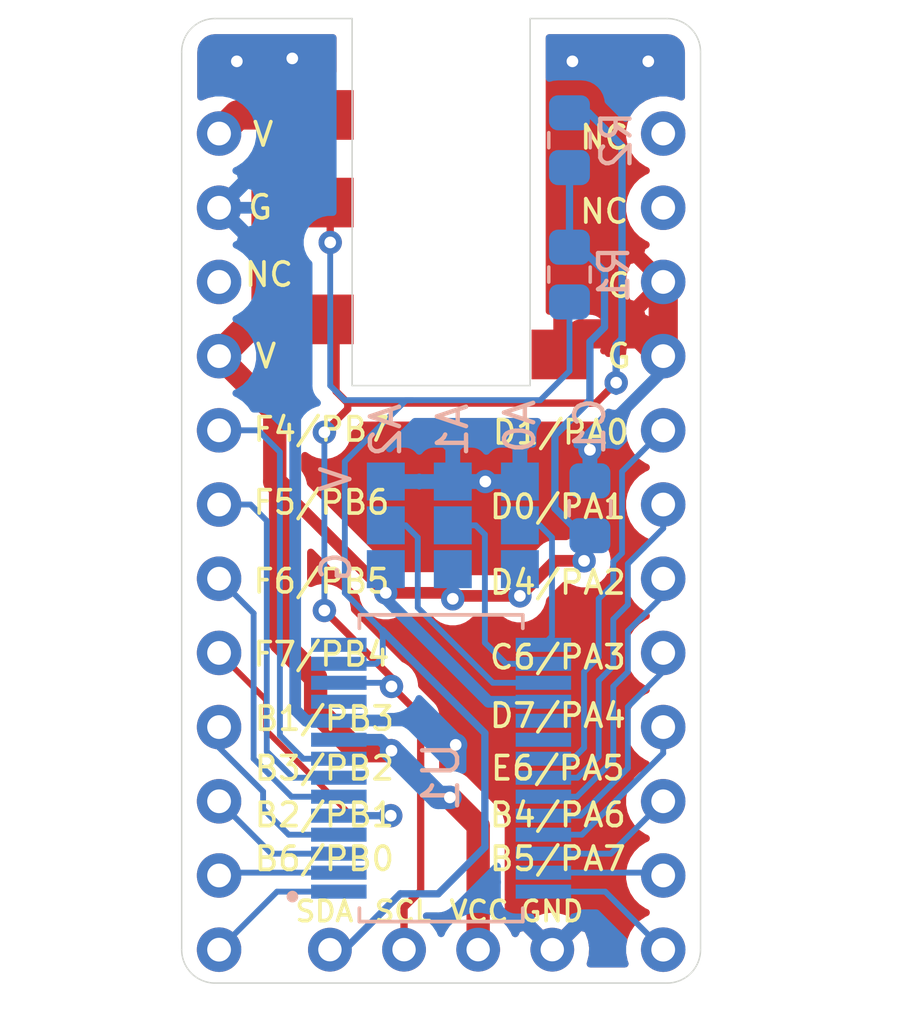
<source format=kicad_pcb>
(kicad_pcb (version 20171130) (host pcbnew "(5.1.6)-1")

  (general
    (thickness 1.6)
    (drawings 21)
    (tracks 232)
    (zones 0)
    (modules 10)
    (nets 24)
  )

  (page A4)
  (layers
    (0 F.Cu signal)
    (31 B.Cu signal)
    (32 B.Adhes user)
    (33 F.Adhes user)
    (34 B.Paste user)
    (35 F.Paste user)
    (36 B.SilkS user)
    (37 F.SilkS user)
    (38 B.Mask user)
    (39 F.Mask user)
    (40 Dwgs.User user)
    (41 Cmts.User user)
    (42 Eco1.User user)
    (43 Eco2.User user)
    (44 Edge.Cuts user)
    (45 Margin user)
    (46 B.CrtYd user)
    (47 F.CrtYd user)
    (48 B.Fab user)
    (49 F.Fab user)
  )

  (setup
    (last_trace_width 0.2)
    (trace_clearance 0.2)
    (zone_clearance 0.508)
    (zone_45_only no)
    (trace_min 0.2)
    (via_size 0.8)
    (via_drill 0.4)
    (via_min_size 0.4)
    (via_min_drill 0.3)
    (uvia_size 0.3)
    (uvia_drill 0.1)
    (uvias_allowed no)
    (uvia_min_size 0.2)
    (uvia_min_drill 0.1)
    (edge_width 0.05)
    (segment_width 0.2)
    (pcb_text_width 0.3)
    (pcb_text_size 1.5 1.5)
    (mod_edge_width 0.12)
    (mod_text_size 1 1)
    (mod_text_width 0.15)
    (pad_size 2 1.7)
    (pad_drill 0)
    (pad_to_mask_clearance 0.05)
    (aux_axis_origin 0 0)
    (visible_elements 7FFFFFFF)
    (pcbplotparams
      (layerselection 0x010fc_ffffffff)
      (usegerberextensions false)
      (usegerberattributes true)
      (usegerberadvancedattributes true)
      (creategerberjobfile true)
      (excludeedgelayer true)
      (linewidth 0.150000)
      (plotframeref false)
      (viasonmask false)
      (mode 1)
      (useauxorigin false)
      (hpglpennumber 1)
      (hpglpenspeed 20)
      (hpglpendiameter 15.000000)
      (psnegative false)
      (psa4output false)
      (plotreference true)
      (plotvalue true)
      (plotinvisibletext false)
      (padsonsilk false)
      (subtractmaskfromsilk false)
      (outputformat 1)
      (mirror false)
      (drillshape 0)
      (scaleselection 1)
      (outputdirectory "expanda_micro9/"))
  )

  (net 0 "")
  (net 1 VCC)
  (net 2 GND)
  (net 3 KEY1)
  (net 4 KEY2)
  (net 5 KEY3)
  (net 6 KEY4)
  (net 7 KEY5)
  (net 8 KEY6)
  (net 9 SDA)
  (net 10 SCL)
  (net 11 A0)
  (net 12 A1)
  (net 13 A2)
  (net 14 KEY16)
  (net 15 KEY15)
  (net 16 KEY14)
  (net 17 KEY13)
  (net 18 KEY12)
  (net 19 KEY11)
  (net 20 KEY10)
  (net 21 KEY9)
  (net 22 KEY8)
  (net 23 KEY7)

  (net_class Default "これはデフォルトのネット クラスです。"
    (clearance 0.2)
    (trace_width 0.2)
    (via_dia 0.8)
    (via_drill 0.4)
    (uvia_dia 0.3)
    (uvia_drill 0.1)
    (add_net A0)
    (add_net A1)
    (add_net A2)
    (add_net KEY1)
    (add_net KEY10)
    (add_net KEY11)
    (add_net KEY12)
    (add_net KEY13)
    (add_net KEY14)
    (add_net KEY15)
    (add_net KEY16)
    (add_net KEY2)
    (add_net KEY3)
    (add_net KEY4)
    (add_net KEY5)
    (add_net KEY6)
    (add_net KEY7)
    (add_net KEY8)
    (add_net KEY9)
    (add_net SCL)
    (add_net SDA)
  )

  (net_class PW ""
    (clearance 0.2)
    (trace_width 0.4)
    (via_dia 0.8)
    (via_drill 0.4)
    (uvia_dia 0.3)
    (uvia_drill 0.1)
    (add_net GND)
    (add_net VCC)
  )

  (module Connector_PinHeader_2.54mm:PinHeader_1x04_P2.54mm_Vertical (layer F.Cu) (tedit 628D50A5) (tstamp 628D5087)
    (at 190.5 108.712)
    (descr "Through hole straight pin header, 1x04, 2.54mm pitch, single row")
    (tags "Through hole pin header THT 1x04 2.54mm single row")
    (fp_text reference REF** (at -0.1 1.6) (layer F.SilkS) hide
      (effects (font (size 1 1) (thickness 0.15)))
    )
    (fp_text value PinHeader_1x04_P2.54mm_Vertical (at 0 1.7) (layer F.Fab)
      (effects (font (size 1 1) (thickness 0.15)))
    )
    (pad 4 thru_hole circle (at 3.81 0) (size 1.5 1.5) (drill 0.8) (layers *.Cu *.Mask)
      (net 2 GND))
    (pad 3 thru_hole circle (at 1.27 0) (size 1.5 1.5) (drill 0.8) (layers *.Cu *.Mask)
      (net 1 VCC))
    (pad 2 thru_hole circle (at -1.27 0) (size 1.5 1.5) (drill 0.8) (layers *.Cu *.Mask)
      (net 10 SCL))
    (pad 1 thru_hole circle (at -3.81 0) (size 1.5 1.5) (drill 0.8) (layers *.Cu *.Mask)
      (net 9 SDA))
  )

  (module Connector_PinHeader_2.54mm:PinHeader_1x04_P2.54mm_Vertical (layer B.Cu) (tedit 626852DE) (tstamp 626031CF)
    (at 193.2 95.685)
    (descr "Through hole straight pin header, 1x04, 2.54mm pitch, single row")
    (tags "Through hole pin header THT 1x04 2.54mm single row")
    (fp_text reference REF** (at 0 2.33 180) (layer B.SilkS) hide
      (effects (font (size 1 1) (thickness 0.15)) (justify mirror))
    )
    (fp_text value PinHeader_1x04_P2.54mm_Vertical (at 0 -9.95 180) (layer B.Fab)
      (effects (font (size 1 1) (thickness 0.15)) (justify mirror))
    )
    (pad 1 smd rect (at 0 0) (size 1.3 1.3) (layers B.Cu B.Paste B.Mask)
      (net 1 VCC))
    (pad 2 smd rect (at 0 -1.5) (size 1.3 1.3) (layers B.Cu B.Paste B.Mask)
      (net 11 A0))
    (pad 3 smd rect (at 0 -3) (size 1.3 1.3) (layers B.Cu B.Paste B.Mask)
      (net 2 GND))
  )

  (module aaaa:R_0805_2012Metric1.2 (layer B.Cu) (tedit 62673F7D) (tstamp 62673F87)
    (at 195.6 93.6 90)
    (descr "Resistor SMD 0805 (2012 Metric), square (rectangular) end terminal, IPC_7351 nominal, (Body size source: https://docs.google.com/spreadsheets/d/1BsfQQcO9C6DZCsRaXUlFlo91Tg2WpOkGARC1WS5S8t0/edit?usp=sharing), generated with kicad-footprint-generator")
    (tags resistor)
    (attr smd)
    (fp_text reference C1 (at 2.8 0 270) (layer B.SilkS)
      (effects (font (size 1 1) (thickness 0.15)) (justify mirror))
    )
    (fp_text value 1kΩ (at 0 -1.65 270) (layer B.Fab)
      (effects (font (size 1 1) (thickness 0.15)) (justify mirror))
    )
    (fp_line (start 1.68 -0.95) (end -1.68 -0.95) (layer B.CrtYd) (width 0.05))
    (fp_line (start 1.68 0.95) (end 1.68 -0.95) (layer B.CrtYd) (width 0.05))
    (fp_line (start -1.68 0.95) (end 1.68 0.95) (layer B.CrtYd) (width 0.05))
    (fp_line (start -1.68 -0.95) (end -1.68 0.95) (layer B.CrtYd) (width 0.05))
    (fp_line (start -0.258578 -0.71) (end 0.258578 -0.71) (layer B.SilkS) (width 0.12))
    (fp_line (start -0.258578 0.71) (end 0.258578 0.71) (layer B.SilkS) (width 0.12))
    (fp_line (start 1 -0.6) (end -1 -0.6) (layer B.Fab) (width 0.1))
    (fp_line (start 1 0.6) (end 1 -0.6) (layer B.Fab) (width 0.1))
    (fp_line (start -1 0.6) (end 1 0.6) (layer B.Fab) (width 0.1))
    (fp_line (start -1 -0.6) (end -1 0.6) (layer B.Fab) (width 0.1))
    (fp_text user %R (at 0 0 270) (layer B.Fab)
      (effects (font (size 0.5 0.5) (thickness 0.08)) (justify mirror))
    )
    (pad 2 smd roundrect (at 0.9375 0 90) (size 1.2 1.4) (layers B.Cu B.Paste B.Mask) (roundrect_rratio 0.25)
      (net 2 GND))
    (pad 1 smd roundrect (at -0.9375 0 90) (size 1.2 1.4) (layers B.Cu B.Paste B.Mask) (roundrect_rratio 0.25)
      (net 1 VCC))
    (model ${KISYS3DMOD}/Capacitor_SMD.3dshapes/C_0805_2012Metric.step
      (at (xyz 0 0 0))
      (scale (xyz 1 1 1))
      (rotate (xyz 0 0 0))
    )
  )

  (module kbd:MJ-4PP-9_1side (layer F.Cu) (tedit 628EF600) (tstamp 625F573F)
    (at 190.5 76.835)
    (path /5DCE0828)
    (fp_text reference J1 (at -0.85 4.95) (layer F.Fab)
      (effects (font (size 1 1) (thickness 0.15)))
    )
    (fp_text value MJ-4PP-9 (at 0 14) (layer F.Fab) hide
      (effects (font (size 1 1) (thickness 0.15)))
    )
    (fp_text user TRRS (at 0 14.7) (layer F.SilkS) hide
      (effects (font (size 1 1) (thickness 0.15)))
    )
    (pad B smd rect (at -4 3.3) (size 2 1.7) (layers F.Cu F.Paste F.Mask)
      (net 1 VCC))
    (pad C smd rect (at -4 6.3) (size 2 1.7) (layers F.Cu F.Paste F.Mask)
      (net 9 SDA))
    (pad D smd rect (at -4 10.3) (size 2 1.7) (layers F.Cu F.Paste F.Mask)
      (net 10 SCL))
    (pad A smd rect (at 4.1 11.5) (size 2 1.7) (layers F.Cu F.Paste F.Mask)
      (net 2 GND))
    (model "C:/Program Files/KiCad/share/kicad/modules/SMKJP.3dshapes/PJ_320A.step"
      (at (xyz 0 0 0))
      (scale (xyz 1 1 1))
      (rotate (xyz -180 0 90))
    )
  )

  (module aaaa:R_0805_2012Metric1.2 (layer B.Cu) (tedit 62685624) (tstamp 6264B594)
    (at 194.9 85.6 270)
    (descr "Resistor SMD 0805 (2012 Metric), square (rectangular) end terminal, IPC_7351 nominal, (Body size source: https://docs.google.com/spreadsheets/d/1BsfQQcO9C6DZCsRaXUlFlo91Tg2WpOkGARC1WS5S8t0/edit?usp=sharing), generated with kicad-footprint-generator")
    (tags resistor)
    (attr smd)
    (fp_text reference R1 (at 0 -1.524 270) (layer B.SilkS)
      (effects (font (size 1 1) (thickness 0.15)) (justify mirror))
    )
    (fp_text value 1kΩ (at 0 -1.65 270) (layer B.Fab)
      (effects (font (size 1 1) (thickness 0.15)) (justify mirror))
    )
    (fp_line (start -1 -0.6) (end -1 0.6) (layer B.Fab) (width 0.1))
    (fp_line (start -1 0.6) (end 1 0.6) (layer B.Fab) (width 0.1))
    (fp_line (start 1 0.6) (end 1 -0.6) (layer B.Fab) (width 0.1))
    (fp_line (start 1 -0.6) (end -1 -0.6) (layer B.Fab) (width 0.1))
    (fp_line (start -0.258578 0.71) (end 0.258578 0.71) (layer B.SilkS) (width 0.12))
    (fp_line (start -0.258578 -0.71) (end 0.258578 -0.71) (layer B.SilkS) (width 0.12))
    (fp_line (start -1.68 -0.95) (end -1.68 0.95) (layer B.CrtYd) (width 0.05))
    (fp_line (start -1.68 0.95) (end 1.68 0.95) (layer B.CrtYd) (width 0.05))
    (fp_line (start 1.68 0.95) (end 1.68 -0.95) (layer B.CrtYd) (width 0.05))
    (fp_line (start 1.68 -0.95) (end -1.68 -0.95) (layer B.CrtYd) (width 0.05))
    (fp_text user %R (at 0 0 270) (layer B.Fab)
      (effects (font (size 0.5 0.5) (thickness 0.08)) (justify mirror))
    )
    (pad 1 smd roundrect (at -0.9375 0 270) (size 1.2 1.4) (layers B.Cu B.Paste B.Mask) (roundrect_rratio 0.25)
      (net 1 VCC))
    (pad 2 smd roundrect (at 0.9375 0 270) (size 1.2 1.4) (layers B.Cu B.Paste B.Mask) (roundrect_rratio 0.25)
      (net 9 SDA))
    (model ${KISYS3DMOD}/Resistor_SMD.3dshapes/R_0805_2012Metric.wrl
      (at (xyz 0 0 0))
      (scale (xyz 1 1 1))
      (rotate (xyz 0 0 0))
    )
  )

  (module aaaa:R_0805_2012Metric1.2 (layer B.Cu) (tedit 62685617) (tstamp 6264B540)
    (at 194.9 81 90)
    (descr "Resistor SMD 0805 (2012 Metric), square (rectangular) end terminal, IPC_7351 nominal, (Body size source: https://docs.google.com/spreadsheets/d/1BsfQQcO9C6DZCsRaXUlFlo91Tg2WpOkGARC1WS5S8t0/edit?usp=sharing), generated with kicad-footprint-generator")
    (tags resistor)
    (attr smd)
    (fp_text reference R2 (at 0 1.6 270) (layer B.SilkS)
      (effects (font (size 1 1) (thickness 0.15)) (justify mirror))
    )
    (fp_text value 1kΩ (at 0 -1.65 270) (layer B.Fab)
      (effects (font (size 1 1) (thickness 0.15)) (justify mirror))
    )
    (fp_line (start 1.68 -0.95) (end -1.68 -0.95) (layer B.CrtYd) (width 0.05))
    (fp_line (start 1.68 0.95) (end 1.68 -0.95) (layer B.CrtYd) (width 0.05))
    (fp_line (start -1.68 0.95) (end 1.68 0.95) (layer B.CrtYd) (width 0.05))
    (fp_line (start -1.68 -0.95) (end -1.68 0.95) (layer B.CrtYd) (width 0.05))
    (fp_line (start -0.258578 -0.71) (end 0.258578 -0.71) (layer B.SilkS) (width 0.12))
    (fp_line (start -0.258578 0.71) (end 0.258578 0.71) (layer B.SilkS) (width 0.12))
    (fp_line (start 1 -0.6) (end -1 -0.6) (layer B.Fab) (width 0.1))
    (fp_line (start 1 0.6) (end 1 -0.6) (layer B.Fab) (width 0.1))
    (fp_line (start -1 0.6) (end 1 0.6) (layer B.Fab) (width 0.1))
    (fp_line (start -1 -0.6) (end -1 0.6) (layer B.Fab) (width 0.1))
    (fp_text user %R (at 0 0 270) (layer B.Fab)
      (effects (font (size 0.5 0.5) (thickness 0.08)) (justify mirror))
    )
    (pad 2 smd roundrect (at 0.9375 0 90) (size 1.2 1.4) (layers B.Cu B.Paste B.Mask) (roundrect_rratio 0.25)
      (net 10 SCL))
    (pad 1 smd roundrect (at -0.9375 0 90) (size 1.2 1.4) (layers B.Cu B.Paste B.Mask) (roundrect_rratio 0.25)
      (net 1 VCC))
    (model ${KISYS3DMOD}/Resistor_SMD.3dshapes/R_0805_2012Metric.wrl
      (at (xyz 0 0 0))
      (scale (xyz 1 1 1))
      (rotate (xyz 0 0 0))
    )
  )

  (module kbd:ProMicro_v3 (layer F.Cu) (tedit 62604317) (tstamp 62602BA0)
    (at 190.5 95.25)
    (path /5DCA58FD)
    (fp_text reference U1 (at 0 -5 270) (layer F.SilkS) hide
      (effects (font (size 1 1) (thickness 0.15)))
    )
    (fp_text value ProMicro (at -0.1 0.05 90) (layer F.Fab) hide
      (effects (font (size 1 1) (thickness 0.15)))
    )
    (fp_line (start -8.9 14.75) (end -8.9 -18.3) (layer F.Fab) (width 0.15))
    (fp_line (start 8.9 14.75) (end -8.9 14.75) (layer F.Fab) (width 0.15))
    (fp_line (start 8.9 -18.3) (end 8.9 14.75) (layer F.Fab) (width 0.15))
    (fp_line (start -8.9 -18.3) (end -3.75 -18.3) (layer F.Fab) (width 0.15))
    (fp_line (start -3.75 -18.3) (end 3.75 -18.3) (layer F.Fab) (width 0.15))
    (fp_line (start 3.76 -18.3) (end 8.9 -18.3) (layer F.Fab) (width 0.15))
    (fp_text user "Pro Micro" (at -0.6 -16 unlocked) (layer F.SilkS) hide
      (effects (font (size 1 1) (thickness 0.15)))
    )
    (fp_text user V (at -6.1 -14.45 unlocked) (layer F.SilkS)
      (effects (font (size 0.8 0.8) (thickness 0.125)))
    )
    (fp_text user G (at -6.2 -11.95 unlocked) (layer F.SilkS)
      (effects (font (size 0.8 0.8) (thickness 0.125)))
    )
    (fp_text user NC (at -5.9 -9.65 unlocked) (layer F.SilkS)
      (effects (font (size 0.8 0.8) (thickness 0.125)))
    )
    (fp_text user V (at -6 -6.858 unlocked) (layer F.SilkS)
      (effects (font (size 0.8 0.8) (thickness 0.125)))
    )
    (fp_text user F4/PB7 (at -4.1 -4.35 unlocked) (layer F.SilkS)
      (effects (font (size 0.8 0.8) (thickness 0.125)))
    )
    (fp_text user F5/PB6 (at -4.1 -1.85 unlocked) (layer F.SilkS)
      (effects (font (size 0.8 0.8) (thickness 0.125)))
    )
    (fp_text user F6/PB5 (at -4.1 0.85 unlocked) (layer F.SilkS)
      (effects (font (size 0.8 0.8) (thickness 0.125)))
    )
    (fp_text user F7/PB4 (at -4.1 3.35 unlocked) (layer F.SilkS)
      (effects (font (size 0.8 0.8) (thickness 0.125)))
    )
    (fp_text user B1/PB3 (at -4 5.55 unlocked) (layer F.SilkS)
      (effects (font (size 0.8 0.8) (thickness 0.125)))
    )
    (fp_text user B3/PB2 (at -4 7.25 unlocked) (layer F.SilkS)
      (effects (font (size 0.8 0.8) (thickness 0.125)))
    )
    (fp_text user B6/PB0 (at -4 10.35 unlocked) (layer F.SilkS)
      (effects (font (size 0.8 0.8) (thickness 0.125)))
    )
    (fp_text user B2/PB1 (at -4 8.85 unlocked) (layer F.SilkS)
      (effects (font (size 0.8 0.8) (thickness 0.125)))
    )
    (fp_text user E6/PA5 (at 4 7.25 unlocked) (layer F.SilkS)
      (effects (font (size 0.8 0.8) (thickness 0.125)))
    )
    (fp_text user D7/PA4 (at 4 5.45 unlocked) (layer F.SilkS)
      (effects (font (size 0.8 0.8) (thickness 0.125)))
    )
    (fp_text user G (at 6.096 -9.271 unlocked) (layer F.SilkS)
      (effects (font (size 0.8 0.8) (thickness 0.125)))
    )
    (fp_text user G (at 6.096 -6.858 unlocked) (layer F.SilkS)
      (effects (font (size 0.8 0.8) (thickness 0.125)))
    )
    (fp_text user NC (at 5.588 -14.35 unlocked) (layer F.SilkS)
      (effects (font (size 0.8 0.8) (thickness 0.125)))
    )
    (fp_text user D4/PA2 (at 4 0.889 unlocked) (layer F.SilkS)
      (effects (font (size 0.8 0.8) (thickness 0.125)))
    )
    (fp_text user D1/PA0 (at 4.1 -4.25 unlocked) (layer F.SilkS)
      (effects (font (size 0.8 0.8) (thickness 0.125)))
    )
    (fp_text user D0/PA1 (at 4 -1.7 unlocked) (layer F.SilkS)
      (effects (font (size 0.8 0.8) (thickness 0.125)))
    )
    (fp_text user C6/PA3 (at 4 3.45 unlocked) (layer F.SilkS)
      (effects (font (size 0.8 0.8) (thickness 0.125)))
    )
    (fp_text user B5/PA7 (at 4 10.35 unlocked) (layer F.SilkS)
      (effects (font (size 0.8 0.8) (thickness 0.125)))
    )
    (fp_text user NC (at 5.588 -11.811 unlocked) (layer F.SilkS)
      (effects (font (size 0.8 0.8) (thickness 0.125)))
    )
    (fp_text user B4/PA6 (at 4 8.85 unlocked) (layer F.SilkS)
      (effects (font (size 0.8 0.8) (thickness 0.125)))
    )
    (pad 24 thru_hole circle (at -7.6086 -14.478) (size 1.524 1.524) (drill 0.8128) (layers *.Cu *.Mask)
      (net 1 VCC))
    (pad 23 thru_hole circle (at -7.6086 -11.938) (size 1.524 1.524) (drill 0.8128) (layers *.Cu *.Mask)
      (net 2 GND))
    (pad 22 thru_hole circle (at -7.6086 -9.398) (size 1.524 1.524) (drill 0.8128) (layers *.Cu *.Mask))
    (pad 21 thru_hole circle (at -7.6086 -6.858) (size 1.524 1.524) (drill 0.8128) (layers *.Cu *.Mask)
      (net 1 VCC))
    (pad 20 thru_hole circle (at -7.6086 -4.318) (size 1.524 1.524) (drill 0.8128) (layers *.Cu *.Mask)
      (net 14 KEY16))
    (pad 19 thru_hole circle (at -7.6086 -1.778) (size 1.524 1.524) (drill 0.8128) (layers *.Cu *.Mask)
      (net 15 KEY15))
    (pad 18 thru_hole circle (at -7.6086 0.762) (size 1.524 1.524) (drill 0.8128) (layers *.Cu *.Mask)
      (net 16 KEY14))
    (pad 17 thru_hole circle (at -7.6086 3.302) (size 1.524 1.524) (drill 0.8128) (layers *.Cu *.Mask)
      (net 17 KEY13))
    (pad 16 thru_hole circle (at -7.6086 5.842) (size 1.524 1.524) (drill 0.8128) (layers *.Cu *.Mask)
      (net 18 KEY12))
    (pad 15 thru_hole circle (at -7.6086 8.382) (size 1.524 1.524) (drill 0.8128) (layers *.Cu *.Mask)
      (net 19 KEY11))
    (pad 14 thru_hole circle (at -7.6086 10.922) (size 1.524 1.524) (drill 0.8128) (layers *.Cu *.Mask)
      (net 20 KEY10))
    (pad 13 thru_hole circle (at -7.6086 13.462) (size 1.524 1.524) (drill 0.8128) (layers *.Cu *.Mask)
      (net 21 KEY9))
    (pad 12 thru_hole circle (at 7.6114 13.462) (size 1.524 1.524) (drill 0.8128) (layers *.Cu *.Mask)
      (net 22 KEY8))
    (pad 11 thru_hole circle (at 7.6114 10.922) (size 1.524 1.524) (drill 0.8128) (layers *.Cu *.Mask)
      (net 23 KEY7))
    (pad 10 thru_hole circle (at 7.6114 8.382) (size 1.524 1.524) (drill 0.8128) (layers *.Cu *.Mask)
      (net 8 KEY6))
    (pad 9 thru_hole circle (at 7.6114 5.842) (size 1.524 1.524) (drill 0.8128) (layers *.Cu *.Mask)
      (net 7 KEY5))
    (pad 8 thru_hole circle (at 7.6114 3.302) (size 1.524 1.524) (drill 0.8128) (layers *.Cu *.Mask)
      (net 6 KEY4))
    (pad 7 thru_hole circle (at 7.6114 0.762) (size 1.524 1.524) (drill 0.8128) (layers *.Cu *.Mask)
      (net 5 KEY3))
    (pad 6 thru_hole circle (at 7.6114 -1.778) (size 1.524 1.524) (drill 0.8128) (layers *.Cu *.Mask)
      (net 4 KEY2))
    (pad 5 thru_hole circle (at 7.6114 -4.318) (size 1.524 1.524) (drill 0.8128) (layers *.Cu *.Mask)
      (net 3 KEY1))
    (pad 4 thru_hole circle (at 7.6114 -6.858) (size 1.524 1.524) (drill 0.8128) (layers *.Cu *.Mask)
      (net 2 GND))
    (pad 3 thru_hole circle (at 7.6114 -9.398) (size 1.524 1.524) (drill 0.8128) (layers *.Cu *.Mask)
      (net 2 GND))
    (pad 2 thru_hole circle (at 7.6114 -11.938) (size 1.524 1.524) (drill 0.8128) (layers *.Cu *.Mask))
    (pad 1 thru_hole circle (at 7.6114 -14.478) (size 1.524 1.524) (drill 0.8128) (layers *.Cu *.Mask))
    (model ${KISYS3DMOD}/phi-kbd.3dshapes/ProMicro_Reversed.step
      (offset (xyz 0 18.3 0))
      (scale (xyz 1 1 1))
      (rotate (xyz 0 0 90))
    )
  )

  (module Connector_PinHeader_2.54mm:PinHeader_1x04_P2.54mm_Vertical (layer B.Cu) (tedit 626852E8) (tstamp 626031C9)
    (at 190.9 95.685)
    (descr "Through hole straight pin header, 1x04, 2.54mm pitch, single row")
    (tags "Through hole pin header THT 1x04 2.54mm single row")
    (fp_text reference REF** (at 0 2.33 180) (layer B.SilkS) hide
      (effects (font (size 1 1) (thickness 0.15)) (justify mirror))
    )
    (fp_text value PinHeader_1x04_P2.54mm_Vertical (at 0 -9.95 180) (layer B.Fab)
      (effects (font (size 1 1) (thickness 0.15)) (justify mirror))
    )
    (pad 3 smd rect (at 0 -3) (size 1.3 1.3) (layers B.Cu B.Paste B.Mask)
      (net 2 GND))
    (pad 2 smd rect (at 0 -1.5) (size 1.3 1.3) (layers B.Cu B.Paste B.Mask)
      (net 12 A1))
    (pad 1 smd rect (at 0 0) (size 1.3 1.3) (layers B.Cu B.Paste B.Mask)
      (net 1 VCC))
  )

  (module Connector_PinHeader_2.54mm:PinHeader_1x04_P2.54mm_Vertical (layer B.Cu) (tedit 626852F1) (tstamp 626031C3)
    (at 188.604 95.685)
    (descr "Through hole straight pin header, 1x04, 2.54mm pitch, single row")
    (tags "Through hole pin header THT 1x04 2.54mm single row")
    (fp_text reference REF** (at 0 2.33 180) (layer B.SilkS) hide
      (effects (font (size 1 1) (thickness 0.15)) (justify mirror))
    )
    (fp_text value PinHeader_1x04_P2.54mm_Vertical (at 0 -9.95 180) (layer B.Fab)
      (effects (font (size 1 1) (thickness 0.15)) (justify mirror))
    )
    (pad 1 smd rect (at 0 0) (size 1.3 1.3) (layers B.Cu B.Paste B.Mask)
      (net 1 VCC))
    (pad 2 smd rect (at 0 -1.5) (size 1.3 1.3) (layers B.Cu B.Paste B.Mask)
      (net 13 A2))
    (pad 3 smd rect (at 0 -3) (size 1.3 1.3) (layers B.Cu B.Paste B.Mask)
      (net 2 GND))
  )

  (module aaaa:SOP65P780X200-28N (layer B.Cu) (tedit 62602FE4) (tstamp 62602E8C)
    (at 190.5 102.5)
    (fp_text reference U1 (at 0 0.3 90) (layer B.SilkS)
      (effects (font (size 1.2 1.2) (thickness 0.15)) (justify mirror))
    )
    (fp_text value SOP65P780X200-28N (at 6.095 -6.217) (layer B.Fab)
      (effects (font (size 1 1) (thickness 0.015)) (justify mirror))
    )
    (fp_line (start 2.8 -5.25) (end 2.8 -4.79) (layer B.SilkS) (width 0.127))
    (fp_line (start -2.8 -5.25) (end -2.8 -4.79) (layer B.SilkS) (width 0.127))
    (fp_line (start 2.8 5.25) (end 2.8 4.79) (layer B.SilkS) (width 0.127))
    (fp_line (start -2.8 5.25) (end -2.8 4.79) (layer B.SilkS) (width 0.127))
    (fp_line (start 4.705 5.5) (end 4.705 -5.5) (layer B.CrtYd) (width 0.05))
    (fp_line (start -4.705 5.5) (end -4.705 -5.5) (layer B.CrtYd) (width 0.05))
    (fp_line (start -4.705 -5.5) (end 4.705 -5.5) (layer B.CrtYd) (width 0.05))
    (fp_line (start -4.705 5.5) (end 4.705 5.5) (layer B.CrtYd) (width 0.05))
    (fp_line (start 2.8 5.25) (end 2.8 -5.25) (layer B.Fab) (width 0.127))
    (fp_line (start -2.8 5.25) (end -2.8 -5.25) (layer B.Fab) (width 0.127))
    (fp_line (start -2.8 -5.25) (end 2.8 -5.25) (layer B.SilkS) (width 0.127))
    (fp_line (start -2.8 5.25) (end 2.8 5.25) (layer B.SilkS) (width 0.127))
    (fp_line (start -2.8 -5.25) (end 2.8 -5.25) (layer B.Fab) (width 0.127))
    (fp_line (start -2.8 5.25) (end 2.8 5.25) (layer B.Fab) (width 0.127))
    (fp_circle (center -5.095 4.395) (end -4.995 4.395) (layer B.Fab) (width 0.2))
    (fp_circle (center -5.095 4.395) (end -4.995 4.395) (layer B.SilkS) (width 0.2))
    (pad 1 smd rect (at -3.505 4.225) (size 1.9 0.48) (layers B.Cu B.Paste B.Mask)
      (net 21 KEY9))
    (pad 2 smd rect (at -3.505 3.575) (size 1.9 0.48) (layers B.Cu B.Paste B.Mask)
      (net 20 KEY10))
    (pad 3 smd rect (at -3.505 2.925) (size 1.9 0.48) (layers B.Cu B.Paste B.Mask)
      (net 19 KEY11))
    (pad 4 smd rect (at -3.505 2.275) (size 1.9 0.48) (layers B.Cu B.Paste B.Mask)
      (net 18 KEY12))
    (pad 5 smd rect (at -3.505 1.625) (size 1.9 0.48) (layers B.Cu B.Paste B.Mask)
      (net 17 KEY13))
    (pad 6 smd rect (at -3.505 0.975) (size 1.9 0.48) (layers B.Cu B.Paste B.Mask)
      (net 16 KEY14))
    (pad 7 smd rect (at -3.505 0.325) (size 1.9 0.48) (layers B.Cu B.Paste B.Mask)
      (net 15 KEY15))
    (pad 8 smd rect (at -3.505 -0.325) (size 1.9 0.48) (layers B.Cu B.Paste B.Mask)
      (net 14 KEY16))
    (pad 9 smd rect (at -3.505 -0.975) (size 1.9 0.48) (layers B.Cu B.Paste B.Mask)
      (net 1 VCC))
    (pad 10 smd rect (at -3.505 -1.625) (size 1.9 0.48) (layers B.Cu B.Paste B.Mask)
      (net 2 GND))
    (pad 11 smd rect (at -3.505 -2.275) (size 1.9 0.48) (layers B.Cu B.Paste B.Mask))
    (pad 12 smd rect (at -3.505 -2.925) (size 1.9 0.48) (layers B.Cu B.Paste B.Mask)
      (net 10 SCL))
    (pad 13 smd rect (at -3.505 -3.575) (size 1.9 0.48) (layers B.Cu B.Paste B.Mask)
      (net 9 SDA))
    (pad 14 smd rect (at -3.505 -4.225) (size 1.9 0.48) (layers B.Cu B.Paste B.Mask))
    (pad 15 smd rect (at 3.505 -4.225) (size 1.9 0.48) (layers B.Cu B.Paste B.Mask)
      (net 11 A0))
    (pad 16 smd rect (at 3.505 -3.575) (size 1.9 0.48) (layers B.Cu B.Paste B.Mask)
      (net 12 A1))
    (pad 17 smd rect (at 3.505 -2.925) (size 1.9 0.48) (layers B.Cu B.Paste B.Mask)
      (net 13 A2))
    (pad 18 smd rect (at 3.505 -2.275) (size 1.9 0.48) (layers B.Cu B.Paste B.Mask)
      (net 1 VCC))
    (pad 19 smd rect (at 3.505 -1.625) (size 1.9 0.48) (layers B.Cu B.Paste B.Mask))
    (pad 20 smd rect (at 3.505 -0.975) (size 1.9 0.48) (layers B.Cu B.Paste B.Mask))
    (pad 21 smd rect (at 3.505 -0.325) (size 1.9 0.48) (layers B.Cu B.Paste B.Mask)
      (net 3 KEY1))
    (pad 22 smd rect (at 3.505 0.325) (size 1.9 0.48) (layers B.Cu B.Paste B.Mask)
      (net 4 KEY2))
    (pad 23 smd rect (at 3.505 0.975) (size 1.9 0.48) (layers B.Cu B.Paste B.Mask)
      (net 5 KEY3))
    (pad 24 smd rect (at 3.505 1.625) (size 1.9 0.48) (layers B.Cu B.Paste B.Mask)
      (net 6 KEY4))
    (pad 25 smd rect (at 3.505 2.275) (size 1.9 0.48) (layers B.Cu B.Paste B.Mask)
      (net 7 KEY5))
    (pad 26 smd rect (at 3.505 2.925) (size 1.9 0.48) (layers B.Cu B.Paste B.Mask)
      (net 8 KEY6))
    (pad 27 smd rect (at 3.505 3.575) (size 1.9 0.48) (layers B.Cu B.Paste B.Mask)
      (net 23 KEY7))
    (pad 28 smd rect (at 3.505 4.225) (size 1.9 0.48) (layers B.Cu B.Paste B.Mask)
      (net 22 KEY8))
  )

  (gr_text GND (at 194.3 107.4) (layer F.SilkS) (tstamp 628F821E)
    (effects (font (size 0.7 0.7) (thickness 0.125)))
  )
  (gr_text VCC (at 191.8 107.4) (layer F.SilkS) (tstamp 628F821B)
    (effects (font (size 0.7 0.7) (thickness 0.125)))
  )
  (gr_text SCL (at 189.2 107.4) (layer F.SilkS) (tstamp 628F81A1)
    (effects (font (size 0.7 0.7) (thickness 0.125)))
  )
  (gr_text SDA (at 186.5 107.4) (layer F.SilkS)
    (effects (font (size 0.7 0.7) (thickness 0.125)))
  )
  (gr_line (start 193.55 89.4) (end 193.55 76.835) (layer Edge.Cuts) (width 0.05) (tstamp 627A5218))
  (gr_line (start 187.45 76.835) (end 187.45 89.4) (layer Edge.Cuts) (width 0.05) (tstamp 627A5217))
  (gr_arc (start 198.247 77.978) (end 199.39 77.978) (angle -90) (layer Edge.Cuts) (width 0.05) (tstamp 6262161F))
  (gr_arc (start 198.247 108.712) (end 198.247 109.855) (angle -90) (layer Edge.Cuts) (width 0.05) (tstamp 6262161C))
  (gr_arc (start 182.753 108.712) (end 181.61 108.712) (angle -90) (layer Edge.Cuts) (width 0.05) (tstamp 62621619))
  (gr_arc (start 182.753 77.978) (end 182.753 76.835) (angle -90) (layer Edge.Cuts) (width 0.05))
  (gr_line (start 182.753 76.835) (end 187.45 76.835) (layer Edge.Cuts) (width 0.05) (tstamp 6261E1F9))
  (gr_line (start 193.55 76.835) (end 198.247 76.835) (layer Edge.Cuts) (width 0.05) (tstamp 6261E1F8))
  (gr_line (start 187.45 89.4) (end 193.55 89.4) (layer Edge.Cuts) (width 0.05))
  (gr_line (start 181.61 108.712) (end 181.61 77.978) (layer Edge.Cuts) (width 0.05) (tstamp 6261E12C))
  (gr_line (start 198.247 109.855) (end 182.753 109.855) (layer Edge.Cuts) (width 0.05))
  (gr_line (start 199.39 77.978) (end 199.39 108.712) (layer Edge.Cuts) (width 0.05))
  (gr_text G (at 186.9 95.6 90) (layer B.SilkS) (tstamp 626031D9)
    (effects (font (size 1 1) (thickness 0.15)) (justify mirror))
  )
  (gr_text V (at 186.9 92.6 90) (layer B.SilkS) (tstamp 626031D8)
    (effects (font (size 1 1) (thickness 0.15)) (justify mirror))
  )
  (gr_text A2 (at 188.604 90.932 90) (layer B.SilkS) (tstamp 626031D7)
    (effects (font (size 1 1) (thickness 0.15)) (justify mirror))
  )
  (gr_text A1 (at 190.9 90.932 90) (layer B.SilkS) (tstamp 626031D6)
    (effects (font (size 1 1) (thickness 0.15)) (justify mirror))
  )
  (gr_text A0 (at 193.2 90.8 90) (layer B.SilkS) (tstamp 626031D5)
    (effects (font (size 1 1) (thickness 0.15)) (justify mirror))
  )

  (via (at 195.4 95.4) (size 0.8) (drill 0.4) (layers F.Cu B.Cu) (net 1))
  (segment (start 195.6 92.4625) (end 195.7 92.5625) (width 0.4) (layer B.Cu) (net 2))
  (segment (start 193.2 95.685) (end 193.2 96.6) (width 0.4) (layer B.Cu) (net 1))
  (segment (start 190.9 95.685) (end 190.9 96.7) (width 0.4) (layer B.Cu) (net 1))
  (segment (start 188.604 95.685) (end 188.604 96.496) (width 0.4) (layer B.Cu) (net 1))
  (segment (start 192.125 100.225) (end 194.005 100.225) (width 0.4) (layer B.Cu) (net 1))
  (segment (start 188.604 96.704) (end 192.125 100.225) (width 0.4) (layer B.Cu) (net 1))
  (segment (start 190.9 96.7) (end 190.9 96.7) (width 0.4) (layer B.Cu) (net 1) (tstamp 628EFBDE))
  (via (at 190.9 96.7) (size 0.8) (drill 0.4) (layers F.Cu B.Cu) (net 1))
  (via (at 193.2 96.6) (size 0.8) (drill 0.4) (layers F.Cu B.Cu) (net 1))
  (segment (start 188.604 96.496) (end 188.604 96.704) (width 0.4) (layer B.Cu) (net 1) (tstamp 628EFBE2))
  (via (at 188.604 96.496) (size 0.8) (drill 0.4) (layers F.Cu B.Cu) (net 1))
  (segment (start 191 96.6) (end 190.9 96.7) (width 0.4) (layer F.Cu) (net 1))
  (segment (start 193.2 96.6) (end 191 96.6) (width 0.4) (layer F.Cu) (net 1))
  (segment (start 190.696 96.496) (end 190.9 96.7) (width 0.4) (layer F.Cu) (net 1))
  (segment (start 188.604 96.496) (end 190.696 96.496) (width 0.4) (layer F.Cu) (net 1))
  (segment (start 194.4 95.4) (end 193.2 96.6) (width 0.4) (layer F.Cu) (net 1))
  (segment (start 195.4 95.4) (end 194.4 95.4) (width 0.4) (layer F.Cu) (net 1))
  (segment (start 186.995 101.525) (end 188.425 101.525) (width 0.4) (layer B.Cu) (net 1))
  (segment (start 188.425 101.525) (end 188.8 101.9) (width 0.4) (layer B.Cu) (net 1))
  (segment (start 188.8 101.9) (end 188.8 101.9) (width 0.4) (layer B.Cu) (net 1) (tstamp 628F0318))
  (via (at 188.8 101.9) (size 0.8) (drill 0.4) (layers F.Cu B.Cu) (net 1))
  (segment (start 184.7997 92.6917) (end 185.504 93.396) (width 0.4) (layer F.Cu) (net 1))
  (via (at 190.8 103.5) (size 0.8) (drill 0.4) (layers F.Cu B.Cu) (net 1))
  (segment (start 183.5284 80.135) (end 182.8914 80.772) (width 1) (layer F.Cu) (net 1))
  (segment (start 186.5 80.135) (end 183.5284 80.135) (width 1) (layer F.Cu) (net 1))
  (segment (start 185.965 80.135) (end 184.5 81.6) (width 1) (layer F.Cu) (net 1))
  (segment (start 186.5 80.135) (end 185.965 80.135) (width 1) (layer F.Cu) (net 1))
  (segment (start 184.5 86.7834) (end 182.8914 88.392) (width 1) (layer F.Cu) (net 1))
  (segment (start 184.5 81.6) (end 184.5 86.7834) (width 1) (layer F.Cu) (net 1))
  (segment (start 194.9 81.9375) (end 194.9 84.6625) (width 0.25) (layer B.Cu) (net 1))
  (segment (start 195.3375 94.5375) (end 195.6 94.5375) (width 0.25) (layer B.Cu) (net 1))
  (segment (start 194.4 91.1) (end 194.4 93.6) (width 0.25) (layer B.Cu) (net 1))
  (segment (start 195.6 89.9) (end 194.4 91.1) (width 0.25) (layer B.Cu) (net 1))
  (segment (start 195.2625 84.6625) (end 196.1 85.5) (width 0.25) (layer B.Cu) (net 1))
  (segment (start 194.9 84.6625) (end 195.2625 84.6625) (width 0.25) (layer B.Cu) (net 1))
  (segment (start 196.1 85.5) (end 196.1 87.4) (width 0.25) (layer B.Cu) (net 1))
  (segment (start 194.4 93.6) (end 195.3375 94.5375) (width 0.25) (layer B.Cu) (net 1))
  (segment (start 196.1 87.4) (end 195.6 87.9) (width 0.25) (layer B.Cu) (net 1))
  (segment (start 195.6 87.9) (end 195.6 89.9) (width 0.25) (layer B.Cu) (net 1))
  (segment (start 195.4 94.7375) (end 195.6 94.5375) (width 0.25) (layer B.Cu) (net 1))
  (segment (start 195.4 95.4) (end 195.4 94.7375) (width 0.25) (layer B.Cu) (net 1))
  (segment (start 184.7997 90.3003) (end 184.7997 92.6917) (width 0.8) (layer F.Cu) (net 1))
  (segment (start 182.8914 88.392) (end 184.7997 90.3003) (width 0.8) (layer F.Cu) (net 1))
  (segment (start 185.504 93.396) (end 185.704 93.596) (width 0.4) (layer F.Cu) (net 1))
  (segment (start 185.704 93.596) (end 188.604 96.496) (width 0.4) (layer F.Cu) (net 1))
  (segment (start 188.8 101.9) (end 187.6 101.9) (width 0.8) (layer F.Cu) (net 1))
  (segment (start 187.6 101.9) (end 186.2 100.5) (width 0.8) (layer F.Cu) (net 1))
  (segment (start 186.2 100.5) (end 186.2 99.4) (width 0.8) (layer F.Cu) (net 1))
  (segment (start 186.2 99.4) (end 185 98.2) (width 0.8) (layer F.Cu) (net 1))
  (segment (start 185 92.892) (end 184.7997 92.6917) (width 0.8) (layer F.Cu) (net 1))
  (segment (start 185 98.2) (end 185 92.892) (width 0.8) (layer F.Cu) (net 1))
  (segment (start 190.4 103.5) (end 190.8 103.5) (width 0.8) (layer B.Cu) (net 1))
  (segment (start 188.8 101.9) (end 190.4 103.5) (width 0.8) (layer B.Cu) (net 1))
  (segment (start 191.77 104.47) (end 190.8 103.5) (width 0.8) (layer F.Cu) (net 1))
  (segment (start 191.77 108.712) (end 191.77 104.47) (width 0.8) (layer F.Cu) (net 1))
  (segment (start 182.8914 83.312) (end 184.112 83.312) (width 0.4) (layer B.Cu) (net 2))
  (segment (start 184.112 83.312) (end 185.6 84.8) (width 0.4) (layer B.Cu) (net 2))
  (segment (start 185.6 84.8) (end 185.6 90) (width 0.4) (layer B.Cu) (net 2))
  (segment (start 188.604 92.685) (end 192.015 92.685) (width 0.4) (layer B.Cu) (net 2))
  (segment (start 198.1114 88.392) (end 198.1114 88.8886) (width 0.4) (layer B.Cu) (net 2))
  (segment (start 195.6 91.4) (end 195.6 91.6) (width 0.4) (layer B.Cu) (net 2))
  (segment (start 198.1114 88.8886) (end 195.6 91.4) (width 0.4) (layer B.Cu) (net 2))
  (segment (start 195.6 91.6) (end 195.6 92.6625) (width 0.4) (layer B.Cu) (net 2) (tstamp 628EFDA0))
  (via (at 195.6 91.6) (size 0.8) (drill 0.4) (layers F.Cu B.Cu) (net 2))
  (segment (start 192.015 92.685) (end 193.2 92.685) (width 0.4) (layer B.Cu) (net 2) (tstamp 628EFDA2))
  (via (at 192.015 92.685) (size 0.8) (drill 0.4) (layers F.Cu B.Cu) (net 2))
  (segment (start 186.995 100.875) (end 185.875 100.875) (width 0.4) (layer B.Cu) (net 2))
  (segment (start 185.875 100.875) (end 185.5 100.5) (width 0.4) (layer B.Cu) (net 2))
  (segment (start 185.5 90.1) (end 185.6 90) (width 0.4) (layer B.Cu) (net 2))
  (segment (start 185.5 100.5) (end 185.5 90.1) (width 0.4) (layer B.Cu) (net 2))
  (via (at 183.5 78.3) (size 0.8) (drill 0.4) (layers F.Cu B.Cu) (net 2))
  (via (at 185.4 78.2) (size 0.8) (drill 0.4) (layers F.Cu B.Cu) (net 2))
  (via (at 195 78.3) (size 0.8) (drill 0.4) (layers F.Cu B.Cu) (net 2))
  (via (at 197.6 78.3) (size 0.8) (drill 0.4) (layers F.Cu B.Cu) (net 2))
  (segment (start 198.1114 88.392) (end 198.1114 85.852) (width 1) (layer F.Cu) (net 2))
  (segment (start 197.349401 87.630001) (end 198.1114 88.392) (width 1) (layer F.Cu) (net 2))
  (segment (start 195.304999 87.630001) (end 197.349401 87.630001) (width 1) (layer F.Cu) (net 2))
  (segment (start 194.6 88.335) (end 195.304999 87.630001) (width 1) (layer F.Cu) (net 2))
  (via (at 191 101.7) (size 0.8) (drill 0.4) (layers F.Cu B.Cu) (net 2))
  (segment (start 187.784999 100.865001) (end 187.775 100.875) (width 0.4) (layer B.Cu) (net 2))
  (segment (start 190.165001 100.865001) (end 187.784999 100.865001) (width 0.4) (layer B.Cu) (net 2))
  (segment (start 187.775 100.875) (end 186.995 100.875) (width 0.4) (layer B.Cu) (net 2))
  (segment (start 191 101.7) (end 190.165001 100.865001) (width 0.4) (layer B.Cu) (net 2))
  (segment (start 196.7 92.3434) (end 198.1114 90.932) (width 0.2) (layer B.Cu) (net 3))
  (segment (start 196.7 95.136002) (end 196.7 92.3434) (width 0.2) (layer B.Cu) (net 3))
  (segment (start 196.4 95.436002) (end 196.7 95.136002) (width 0.2) (layer B.Cu) (net 3))
  (segment (start 196.4 96.2) (end 196.4 95.436002) (width 0.2) (layer B.Cu) (net 3))
  (segment (start 195.9 96.7) (end 196.4 96.2) (width 0.2) (layer B.Cu) (net 3))
  (segment (start 194.005 102.175) (end 195.025 102.175) (width 0.2) (layer B.Cu) (net 3))
  (segment (start 195.4 101.8) (end 195.4 99.2) (width 0.2) (layer B.Cu) (net 3))
  (segment (start 195.025 102.175) (end 195.4 101.8) (width 0.2) (layer B.Cu) (net 3))
  (segment (start 195.4 99.2) (end 195.9 98.7) (width 0.2) (layer B.Cu) (net 3))
  (segment (start 195.9 98.7) (end 195.9 96.7) (width 0.2) (layer B.Cu) (net 3))
  (segment (start 198.1114 94.2886) (end 198.1114 93.472) (width 0.2) (layer B.Cu) (net 4))
  (segment (start 197.45 94.951701) (end 197.45 94.95) (width 0.2) (layer B.Cu) (net 4))
  (segment (start 196.9 96.9) (end 196.9 95.501701) (width 0.2) (layer B.Cu) (net 4))
  (segment (start 196.4 97.4) (end 196.9 96.9) (width 0.2) (layer B.Cu) (net 4))
  (segment (start 196.4 99) (end 196.4 97.4) (width 0.2) (layer B.Cu) (net 4))
  (segment (start 197.45 94.95) (end 198.1114 94.2886) (width 0.2) (layer B.Cu) (net 4))
  (segment (start 195.9 99.5) (end 196.4 99) (width 0.2) (layer B.Cu) (net 4))
  (segment (start 196.9 95.501701) (end 197.45 94.951701) (width 0.2) (layer B.Cu) (net 4))
  (segment (start 195.9 102.1) (end 195.9 99.5) (width 0.2) (layer B.Cu) (net 4))
  (segment (start 195.175 102.825) (end 195.9 102.1) (width 0.2) (layer B.Cu) (net 4))
  (segment (start 194.005 102.825) (end 195.175 102.825) (width 0.2) (layer B.Cu) (net 4))
  (segment (start 195.155 103.475) (end 196.4 102.23) (width 0.2) (layer B.Cu) (net 5))
  (segment (start 194.005 103.475) (end 195.155 103.475) (width 0.2) (layer B.Cu) (net 5))
  (segment (start 196.4 102.23) (end 196.4 99.7) (width 0.2) (layer B.Cu) (net 5))
  (segment (start 196.4 99.7) (end 196.9 99.2) (width 0.2) (layer B.Cu) (net 5))
  (segment (start 196.9 99.2) (end 196.9 97.8) (width 0.2) (layer B.Cu) (net 5))
  (segment (start 198 96.1234) (end 198.1114 96.012) (width 0.2) (layer B.Cu) (net 5))
  (segment (start 198 96.7) (end 198 96.1234) (width 0.2) (layer B.Cu) (net 5))
  (segment (start 196.9 97.8) (end 198 96.7) (width 0.2) (layer B.Cu) (net 5))
  (segment (start 194.005 104.125) (end 195.275 104.125) (width 0.2) (layer B.Cu) (net 6))
  (segment (start 195.275 104.125) (end 196.9 102.5) (width 0.2) (layer B.Cu) (net 6))
  (segment (start 196.9 102.5) (end 196.9 100.4) (width 0.2) (layer B.Cu) (net 6))
  (segment (start 198.1114 99.1886) (end 198.1114 98.552) (width 0.2) (layer B.Cu) (net 6))
  (segment (start 196.9 100.4) (end 198.1114 99.1886) (width 0.2) (layer B.Cu) (net 6))
  (segment (start 198.1114 101.9886) (end 198.1114 101.092) (width 0.2) (layer B.Cu) (net 7))
  (segment (start 195.325 104.775) (end 198.1114 101.9886) (width 0.2) (layer B.Cu) (net 7))
  (segment (start 194.005 104.775) (end 195.325 104.775) (width 0.2) (layer B.Cu) (net 7))
  (segment (start 196.3184 105.425) (end 198.1114 103.632) (width 0.2) (layer B.Cu) (net 8))
  (segment (start 194.005 105.425) (end 196.3184 105.425) (width 0.2) (layer B.Cu) (net 8))
  (segment (start 186.7 84.5) (end 186.7 84.5) (width 0.25) (layer B.Cu) (net 9) (tstamp 628EF6DB))
  (via (at 186.7 84.5) (size 0.8) (drill 0.4) (layers F.Cu B.Cu) (net 9))
  (segment (start 186.7 83.335) (end 186.5 83.135) (width 0.25) (layer F.Cu) (net 9))
  (segment (start 186.7 84.5) (end 186.7 83.335) (width 0.25) (layer F.Cu) (net 9))
  (segment (start 191.15 100.45) (end 188.65 97.95) (width 0.25) (layer B.Cu) (net 9))
  (segment (start 192 101.3) (end 191.15 100.45) (width 0.25) (layer B.Cu) (net 9))
  (segment (start 190.4 106.8) (end 192 105.2) (width 0.25) (layer B.Cu) (net 9))
  (segment (start 189.1 106.8) (end 190.4 106.8) (width 0.25) (layer B.Cu) (net 9))
  (segment (start 192 105.2) (end 192 101.3) (width 0.25) (layer B.Cu) (net 9))
  (segment (start 187.188 108.712) (end 189.1 106.8) (width 0.25) (layer B.Cu) (net 9))
  (segment (start 186.69 108.712) (end 187.188 108.712) (width 0.25) (layer B.Cu) (net 9))
  (segment (start 188.62 97.92) (end 188.475 97.775) (width 0.2) (layer B.Cu) (net 9))
  (segment (start 188.62 97.92) (end 188.35 97.65) (width 0.2) (layer B.Cu) (net 9))
  (segment (start 188.35 97.65) (end 188.475 97.775) (width 0.2) (layer B.Cu) (net 9))
  (segment (start 188.5 98.7) (end 188.5 97.8) (width 0.2) (layer B.Cu) (net 9))
  (segment (start 188.275 98.925) (end 188.5 98.7) (width 0.2) (layer B.Cu) (net 9))
  (segment (start 186.995 98.925) (end 188.275 98.925) (width 0.2) (layer B.Cu) (net 9))
  (segment (start 188.475 97.775) (end 188.5 97.8) (width 0.25) (layer B.Cu) (net 9))
  (segment (start 188.5 97.8) (end 188.65 97.95) (width 0.25) (layer B.Cu) (net 9))
  (segment (start 186.7 89.4) (end 187.2 89.9) (width 0.2) (layer B.Cu) (net 9))
  (segment (start 186.7 84.5) (end 186.7 89.4) (width 0.2) (layer B.Cu) (net 9))
  (segment (start 193.9 89.9) (end 194.9 88.9) (width 0.2) (layer B.Cu) (net 9))
  (segment (start 194.9 88.9) (end 194.9 86.5375) (width 0.2) (layer B.Cu) (net 9))
  (segment (start 189.3 89.9) (end 189.5 89.9) (width 0.2) (layer B.Cu) (net 9))
  (segment (start 189.5 89.9) (end 193.9 89.9) (width 0.2) (layer B.Cu) (net 9))
  (segment (start 187.2 92) (end 189.3 89.9) (width 0.2) (layer B.Cu) (net 9))
  (segment (start 187.2 89.9) (end 189.5 89.9) (width 0.2) (layer B.Cu) (net 9))
  (segment (start 188.35 97.65) (end 187.2 96.5) (width 0.2) (layer B.Cu) (net 9))
  (segment (start 187.2 96.5) (end 187.2 92) (width 0.2) (layer B.Cu) (net 9))
  (segment (start 194.9 80.0625) (end 195.5625 80.0625) (width 0.25) (layer B.Cu) (net 10))
  (segment (start 195.5625 80.0625) (end 196.7 81.2) (width 0.25) (layer B.Cu) (net 10))
  (segment (start 196.7 81.2) (end 196.7 87.8) (width 0.25) (layer B.Cu) (net 10))
  (segment (start 196.7 87.8) (end 196.5 88) (width 0.25) (layer B.Cu) (net 10))
  (segment (start 196.5 88) (end 196.5 89.3) (width 0.25) (layer B.Cu) (net 10))
  (segment (start 196.5 89.6) (end 196.5 89.6) (width 0.25) (layer B.Cu) (net 10) (tstamp 628EF860))
  (segment (start 187.3 90) (end 186.9 89.6) (width 0.25) (layer F.Cu) (net 10))
  (segment (start 186.9 87.535) (end 186.5 87.135) (width 0.25) (layer F.Cu) (net 10))
  (segment (start 186.9 89.6) (end 186.9 87.535) (width 0.25) (layer F.Cu) (net 10))
  (via (at 188.8 99.7) (size 0.8) (drill 0.4) (layers F.Cu B.Cu) (net 10))
  (via (at 196.5 89.3) (size 0.8) (drill 0.4) (layers F.Cu B.Cu) (net 10))
  (segment (start 196.100001 89.699999) (end 196.5 89.3) (width 0.25) (layer F.Cu) (net 10))
  (segment (start 195.8 90) (end 195.6 90) (width 0.25) (layer F.Cu) (net 10))
  (segment (start 196.5 89.3) (end 195.8 90) (width 0.25) (layer F.Cu) (net 10))
  (segment (start 195.6 90) (end 187.3 90) (width 0.25) (layer F.Cu) (net 10))
  (segment (start 187.3 90) (end 187.3 90.2) (width 0.25) (layer F.Cu) (net 10))
  (segment (start 187.3 90.2) (end 186.5 91) (width 0.25) (layer F.Cu) (net 10))
  (segment (start 186.5 91) (end 186.5 91) (width 0.25) (layer F.Cu) (net 10) (tstamp 628EFE85))
  (via (at 186.5 91) (size 0.8) (drill 0.4) (layers F.Cu B.Cu) (net 10))
  (segment (start 186.5 97.1) (end 186.5 97.1) (width 0.25) (layer B.Cu) (net 10) (tstamp 628EFE8D))
  (via (at 186.5 97.1) (size 0.8) (drill 0.4) (layers F.Cu B.Cu) (net 10))
  (segment (start 188.8 99.4) (end 188.8 99.7) (width 0.25) (layer F.Cu) (net 10))
  (segment (start 186.5 97.1) (end 188.8 99.4) (width 0.25) (layer F.Cu) (net 10))
  (segment (start 189.8 100.7) (end 188.8 99.7) (width 0.25) (layer F.Cu) (net 10))
  (segment (start 189.23 108.712) (end 189.23 107.27) (width 0.25) (layer F.Cu) (net 10))
  (segment (start 189.8 106.7) (end 189.8 100.7) (width 0.25) (layer F.Cu) (net 10))
  (segment (start 189.23 107.27) (end 189.8 106.7) (width 0.25) (layer F.Cu) (net 10))
  (segment (start 188.675 99.575) (end 188.8 99.7) (width 0.2) (layer B.Cu) (net 10))
  (segment (start 186.995 99.575) (end 188.675 99.575) (width 0.2) (layer B.Cu) (net 10))
  (segment (start 186.5 91) (end 186.5 97.1) (width 0.2) (layer B.Cu) (net 10))
  (segment (start 193.2 94.185) (end 193.885 94.185) (width 0.2) (layer B.Cu) (net 11))
  (segment (start 194.3 97.98) (end 194.005 98.275) (width 0.2) (layer B.Cu) (net 11))
  (segment (start 194.3 94.6) (end 194.3 97.98) (width 0.2) (layer B.Cu) (net 11))
  (segment (start 193.885 94.185) (end 194.3 94.6) (width 0.2) (layer B.Cu) (net 11))
  (segment (start 191.685 94.185) (end 192 94.5) (width 0.2) (layer B.Cu) (net 12))
  (segment (start 190.9 94.185) (end 191.685 94.185) (width 0.2) (layer B.Cu) (net 12))
  (segment (start 192 98.2) (end 192.725 98.925) (width 0.2) (layer B.Cu) (net 12))
  (segment (start 192 94.5) (end 192 98.2) (width 0.2) (layer B.Cu) (net 12))
  (segment (start 192.725 98.925) (end 194.005 98.925) (width 0.2) (layer B.Cu) (net 12))
  (segment (start 189.285 94.185) (end 189.7 94.6) (width 0.2) (layer B.Cu) (net 13))
  (segment (start 188.604 94.185) (end 189.285 94.185) (width 0.2) (layer B.Cu) (net 13))
  (segment (start 189.7 97) (end 192.275 99.575) (width 0.2) (layer B.Cu) (net 13))
  (segment (start 189.7 94.6) (end 189.7 97) (width 0.2) (layer B.Cu) (net 13))
  (segment (start 192.275 99.575) (end 194.005 99.575) (width 0.2) (layer B.Cu) (net 13))
  (segment (start 186.995 102.175) (end 185.775 102.175) (width 0.2) (layer B.Cu) (net 14))
  (segment (start 184.97499 91.67499) (end 184.232 90.932) (width 0.2) (layer B.Cu) (net 14))
  (segment (start 184.97499 101.37499) (end 184.97499 91.67499) (width 0.2) (layer B.Cu) (net 14))
  (segment (start 185.775 102.175) (end 184.97499 101.37499) (width 0.2) (layer B.Cu) (net 14))
  (segment (start 184.232 90.932) (end 182.8914 90.932) (width 0.2) (layer B.Cu) (net 14))
  (segment (start 184.52498 94.02795) (end 183.96903 93.472) (width 0.2) (layer B.Cu) (net 15))
  (segment (start 184.52498 101.92498) (end 184.52498 94.02795) (width 0.2) (layer B.Cu) (net 15))
  (segment (start 186.995 102.825) (end 185.425 102.825) (width 0.2) (layer B.Cu) (net 15))
  (segment (start 185.425 102.825) (end 184.52498 101.92498) (width 0.2) (layer B.Cu) (net 15))
  (segment (start 183.96903 93.472) (end 182.8914 93.472) (width 0.2) (layer B.Cu) (net 15))
  (segment (start 185.375 103.475) (end 184.074971 102.174971) (width 0.2) (layer B.Cu) (net 16))
  (segment (start 186.995 103.475) (end 185.375 103.475) (width 0.2) (layer B.Cu) (net 16))
  (segment (start 184.074971 97.195571) (end 182.8914 96.012) (width 0.2) (layer B.Cu) (net 16))
  (segment (start 184.074971 102.174971) (end 184.074971 97.195571) (width 0.2) (layer B.Cu) (net 16))
  (segment (start 186.995 104.125) (end 188.775 104.125) (width 0.25) (layer B.Cu) (net 17))
  (segment (start 188.775 104.125) (end 188.775 104.125) (width 0.25) (layer B.Cu) (net 17) (tstamp 628EFF29))
  (via (at 188.775 104.125) (size 0.8) (drill 0.4) (layers F.Cu B.Cu) (net 17))
  (segment (start 187.425 104.125) (end 184.5 101.2) (width 0.2) (layer F.Cu) (net 17))
  (segment (start 188.775 104.125) (end 187.425 104.125) (width 0.2) (layer F.Cu) (net 17))
  (segment (start 184.5 100.1606) (end 182.8914 98.552) (width 0.2) (layer F.Cu) (net 17))
  (segment (start 184.5 101.2) (end 184.5 100.1606) (width 0.2) (layer F.Cu) (net 17))
  (segment (start 185.275 104.775) (end 184.4 103.9) (width 0.2) (layer B.Cu) (net 18))
  (segment (start 186.995 104.775) (end 185.275 104.775) (width 0.2) (layer B.Cu) (net 18))
  (segment (start 184.4 103.9) (end 184.4 103.3) (width 0.2) (layer B.Cu) (net 18))
  (segment (start 182.8914 101.7914) (end 182.8914 101.092) (width 0.2) (layer B.Cu) (net 18))
  (segment (start 184.4 103.3) (end 182.8914 101.7914) (width 0.2) (layer B.Cu) (net 18))
  (segment (start 184.6844 105.425) (end 182.8914 103.632) (width 0.2) (layer B.Cu) (net 19))
  (segment (start 186.995 105.425) (end 184.6844 105.425) (width 0.2) (layer B.Cu) (net 19))
  (segment (start 182.9884 106.075) (end 182.8914 106.172) (width 0.2) (layer B.Cu) (net 20))
  (segment (start 186.995 106.075) (end 182.9884 106.075) (width 0.2) (layer B.Cu) (net 20))
  (segment (start 184.8784 106.725) (end 182.8914 108.712) (width 0.2) (layer B.Cu) (net 21))
  (segment (start 186.995 106.725) (end 184.8784 106.725) (width 0.2) (layer B.Cu) (net 21))
  (segment (start 196.1244 106.725) (end 198.1114 108.712) (width 0.2) (layer B.Cu) (net 22))
  (segment (start 194.005 106.725) (end 196.1244 106.725) (width 0.2) (layer B.Cu) (net 22))
  (segment (start 198.0144 106.075) (end 198.1114 106.172) (width 0.2) (layer B.Cu) (net 23))
  (segment (start 194.005 106.075) (end 198.0144 106.075) (width 0.2) (layer B.Cu) (net 23))

  (zone (net 2) (net_name GND) (layer F.Cu) (tstamp 628F874D) (hatch edge 0.508)
    (connect_pads (clearance 0.508))
    (min_thickness 0.254)
    (fill yes (arc_segments 32) (thermal_gap 0.508) (thermal_bridge_width 0.508))
    (polygon
      (pts
        (xy 200.66 110.49) (xy 180.34 110.49) (xy 180.34 76.2) (xy 200.66 76.2)
      )
    )
    (filled_polygon
      (pts
        (xy 196.873395 90.270273) (xy 196.768086 90.52451) (xy 196.7144 90.794408) (xy 196.7144 91.069592) (xy 196.768086 91.33949)
        (xy 196.873395 91.593727) (xy 197.02628 91.822535) (xy 197.220865 92.01712) (xy 197.449673 92.170005) (xy 197.526915 92.202)
        (xy 197.449673 92.233995) (xy 197.220865 92.38688) (xy 197.02628 92.581465) (xy 196.873395 92.810273) (xy 196.768086 93.06451)
        (xy 196.7144 93.334408) (xy 196.7144 93.609592) (xy 196.768086 93.87949) (xy 196.873395 94.133727) (xy 197.02628 94.362535)
        (xy 197.220865 94.55712) (xy 197.449673 94.710005) (xy 197.526915 94.742) (xy 197.449673 94.773995) (xy 197.220865 94.92688)
        (xy 197.02628 95.121465) (xy 196.873395 95.350273) (xy 196.768086 95.60451) (xy 196.7144 95.874408) (xy 196.7144 96.149592)
        (xy 196.768086 96.41949) (xy 196.873395 96.673727) (xy 197.02628 96.902535) (xy 197.220865 97.09712) (xy 197.449673 97.250005)
        (xy 197.526915 97.282) (xy 197.449673 97.313995) (xy 197.220865 97.46688) (xy 197.02628 97.661465) (xy 196.873395 97.890273)
        (xy 196.768086 98.14451) (xy 196.7144 98.414408) (xy 196.7144 98.689592) (xy 196.768086 98.95949) (xy 196.873395 99.213727)
        (xy 197.02628 99.442535) (xy 197.220865 99.63712) (xy 197.449673 99.790005) (xy 197.526915 99.822) (xy 197.449673 99.853995)
        (xy 197.220865 100.00688) (xy 197.02628 100.201465) (xy 196.873395 100.430273) (xy 196.768086 100.68451) (xy 196.7144 100.954408)
        (xy 196.7144 101.229592) (xy 196.768086 101.49949) (xy 196.873395 101.753727) (xy 197.02628 101.982535) (xy 197.220865 102.17712)
        (xy 197.449673 102.330005) (xy 197.526915 102.362) (xy 197.449673 102.393995) (xy 197.220865 102.54688) (xy 197.02628 102.741465)
        (xy 196.873395 102.970273) (xy 196.768086 103.22451) (xy 196.7144 103.494408) (xy 196.7144 103.769592) (xy 196.768086 104.03949)
        (xy 196.873395 104.293727) (xy 197.02628 104.522535) (xy 197.220865 104.71712) (xy 197.449673 104.870005) (xy 197.526915 104.902)
        (xy 197.449673 104.933995) (xy 197.220865 105.08688) (xy 197.02628 105.281465) (xy 196.873395 105.510273) (xy 196.768086 105.76451)
        (xy 196.7144 106.034408) (xy 196.7144 106.309592) (xy 196.768086 106.57949) (xy 196.873395 106.833727) (xy 197.02628 107.062535)
        (xy 197.220865 107.25712) (xy 197.449673 107.410005) (xy 197.526915 107.442) (xy 197.449673 107.473995) (xy 197.220865 107.62688)
        (xy 197.02628 107.821465) (xy 196.873395 108.050273) (xy 196.768086 108.30451) (xy 196.7144 108.574408) (xy 196.7144 108.849592)
        (xy 196.768086 109.11949) (xy 196.799363 109.195) (xy 195.613259 109.195) (xy 195.62176 109.176884) (xy 195.68725 108.91204)
        (xy 195.699812 108.639508) (xy 195.658965 108.369762) (xy 195.566277 108.113168) (xy 195.50586 108.000137) (xy 195.266993 107.934612)
        (xy 194.489605 108.712) (xy 194.503748 108.726143) (xy 194.324143 108.905748) (xy 194.31 108.891605) (xy 194.295858 108.905748)
        (xy 194.116253 108.726143) (xy 194.130395 108.712) (xy 193.353007 107.934612) (xy 193.11414 108.000137) (xy 193.039836 108.158477)
        (xy 192.997371 108.055957) (xy 192.845799 107.829114) (xy 192.805 107.788315) (xy 192.805 107.755007) (xy 193.532612 107.755007)
        (xy 194.31 108.532395) (xy 195.087388 107.755007) (xy 195.021863 107.51614) (xy 194.774884 107.40024) (xy 194.51004 107.33475)
        (xy 194.237508 107.322188) (xy 193.967762 107.363035) (xy 193.711168 107.455723) (xy 193.598137 107.51614) (xy 193.532612 107.755007)
        (xy 192.805 107.755007) (xy 192.805 104.520827) (xy 192.810006 104.469999) (xy 192.805 104.419171) (xy 192.805 104.419162)
        (xy 192.790024 104.267105) (xy 192.730841 104.072007) (xy 192.637829 103.897993) (xy 192.634734 103.892202) (xy 192.537803 103.774092)
        (xy 192.505396 103.734604) (xy 192.465908 103.702197) (xy 191.603939 102.840229) (xy 191.603937 102.840226) (xy 191.459774 102.696063)
        (xy 191.417283 102.667671) (xy 191.377797 102.635266) (xy 191.332748 102.611187) (xy 191.290256 102.582795) (xy 191.243036 102.563236)
        (xy 191.197993 102.53916) (xy 191.149122 102.524335) (xy 191.101898 102.504774) (xy 191.051768 102.494803) (xy 191.002895 102.479977)
        (xy 190.952067 102.474971) (xy 190.901939 102.465) (xy 190.850828 102.465) (xy 190.8 102.459994) (xy 190.749172 102.465)
        (xy 190.698061 102.465) (xy 190.647933 102.474971) (xy 190.597105 102.479977) (xy 190.56 102.491233) (xy 190.56 100.737333)
        (xy 190.563677 100.7) (xy 190.549003 100.551014) (xy 190.505546 100.407753) (xy 190.434974 100.275724) (xy 190.363799 100.188997)
        (xy 190.340001 100.159999) (xy 190.311003 100.136201) (xy 189.835 99.660199) (xy 189.835 99.598061) (xy 189.795226 99.398102)
        (xy 189.717205 99.209744) (xy 189.603937 99.040226) (xy 189.459774 98.896063) (xy 189.290256 98.782795) (xy 189.234503 98.759701)
        (xy 187.535 97.060199) (xy 187.535 96.998061) (xy 187.495226 96.798102) (xy 187.417205 96.609744) (xy 187.303937 96.440226)
        (xy 187.159774 96.296063) (xy 186.990256 96.182795) (xy 186.801898 96.104774) (xy 186.601939 96.065) (xy 186.398061 96.065)
        (xy 186.198102 96.104774) (xy 186.035 96.172334) (xy 186.035 95.107867) (xy 187.579908 96.652775) (xy 187.608774 96.797898)
        (xy 187.686795 96.986256) (xy 187.800063 97.155774) (xy 187.944226 97.299937) (xy 188.113744 97.413205) (xy 188.302102 97.491226)
        (xy 188.502061 97.531) (xy 188.705939 97.531) (xy 188.905898 97.491226) (xy 189.094256 97.413205) (xy 189.217285 97.331)
        (xy 190.076837 97.331) (xy 190.096063 97.359774) (xy 190.240226 97.503937) (xy 190.409744 97.617205) (xy 190.598102 97.695226)
        (xy 190.798061 97.735) (xy 191.001939 97.735) (xy 191.201898 97.695226) (xy 191.390256 97.617205) (xy 191.559774 97.503937)
        (xy 191.628711 97.435) (xy 192.586715 97.435) (xy 192.709744 97.517205) (xy 192.898102 97.595226) (xy 193.098061 97.635)
        (xy 193.301939 97.635) (xy 193.501898 97.595226) (xy 193.690256 97.517205) (xy 193.859774 97.403937) (xy 194.003937 97.259774)
        (xy 194.117205 97.090256) (xy 194.195226 96.901898) (xy 194.224093 96.756775) (xy 194.745868 96.235) (xy 194.786715 96.235)
        (xy 194.909744 96.317205) (xy 195.098102 96.395226) (xy 195.298061 96.435) (xy 195.501939 96.435) (xy 195.701898 96.395226)
        (xy 195.890256 96.317205) (xy 196.059774 96.203937) (xy 196.203937 96.059774) (xy 196.317205 95.890256) (xy 196.395226 95.701898)
        (xy 196.435 95.501939) (xy 196.435 95.298061) (xy 196.395226 95.098102) (xy 196.317205 94.909744) (xy 196.203937 94.740226)
        (xy 196.059774 94.596063) (xy 195.890256 94.482795) (xy 195.701898 94.404774) (xy 195.501939 94.365) (xy 195.298061 94.365)
        (xy 195.098102 94.404774) (xy 194.909744 94.482795) (xy 194.786715 94.565) (xy 194.441007 94.565) (xy 194.399999 94.560961)
        (xy 194.358991 94.565) (xy 194.358981 94.565) (xy 194.236311 94.577082) (xy 194.078913 94.624828) (xy 193.933854 94.702364)
        (xy 193.806709 94.806709) (xy 193.780558 94.838574) (xy 193.043225 95.575907) (xy 192.898102 95.604774) (xy 192.709744 95.682795)
        (xy 192.586715 95.765) (xy 191.347295 95.765) (xy 191.201898 95.704774) (xy 191.001939 95.665) (xy 190.798061 95.665)
        (xy 190.791295 95.666346) (xy 190.737019 95.661) (xy 190.737018 95.661) (xy 190.696 95.65696) (xy 190.654982 95.661)
        (xy 189.217285 95.661) (xy 189.094256 95.578795) (xy 188.905898 95.500774) (xy 188.760775 95.471908) (xy 186.323443 93.034576)
        (xy 186.323439 93.034571) (xy 186.123447 92.83458) (xy 186.123439 92.83457) (xy 186.024618 92.735749) (xy 186.020024 92.689105)
        (xy 185.960841 92.494007) (xy 185.864734 92.314203) (xy 185.8347 92.277606) (xy 185.8347 91.798411) (xy 185.840226 91.803937)
        (xy 186.009744 91.917205) (xy 186.198102 91.995226) (xy 186.398061 92.035) (xy 186.601939 92.035) (xy 186.801898 91.995226)
        (xy 186.990256 91.917205) (xy 187.159774 91.803937) (xy 187.303937 91.659774) (xy 187.417205 91.490256) (xy 187.495226 91.301898)
        (xy 187.535 91.101939) (xy 187.535 91.039802) (xy 187.811002 90.763799) (xy 187.815632 90.76) (xy 195.762678 90.76)
        (xy 195.8 90.763676) (xy 195.837322 90.76) (xy 195.837333 90.76) (xy 195.948986 90.749003) (xy 196.092247 90.705546)
        (xy 196.224276 90.634974) (xy 196.340001 90.540001) (xy 196.363803 90.510998) (xy 196.539802 90.335) (xy 196.601939 90.335)
        (xy 196.801898 90.295226) (xy 196.877702 90.263827)
      )
    )
    (filled_polygon
      (pts
        (xy 198.340202 77.507303) (xy 198.429849 77.53437) (xy 198.512537 77.578335) (xy 198.585106 77.637522) (xy 198.644804 77.709684)
        (xy 198.689341 77.792054) (xy 198.717034 77.881515) (xy 198.73 78.004878) (xy 198.73 79.516131) (xy 198.51889 79.428686)
        (xy 198.248992 79.375) (xy 197.973808 79.375) (xy 197.70391 79.428686) (xy 197.449673 79.533995) (xy 197.220865 79.68688)
        (xy 197.02628 79.881465) (xy 196.873395 80.110273) (xy 196.768086 80.36451) (xy 196.7144 80.634408) (xy 196.7144 80.909592)
        (xy 196.768086 81.17949) (xy 196.873395 81.433727) (xy 197.02628 81.662535) (xy 197.220865 81.85712) (xy 197.449673 82.010005)
        (xy 197.526915 82.042) (xy 197.449673 82.073995) (xy 197.220865 82.22688) (xy 197.02628 82.421465) (xy 196.873395 82.650273)
        (xy 196.768086 82.90451) (xy 196.7144 83.174408) (xy 196.7144 83.449592) (xy 196.768086 83.71949) (xy 196.873395 83.973727)
        (xy 197.02628 84.202535) (xy 197.220865 84.39712) (xy 197.449673 84.550005) (xy 197.521343 84.579692) (xy 197.508377 84.584364)
        (xy 197.39242 84.646344) (xy 197.32544 84.886435) (xy 198.1114 85.672395) (xy 198.125543 85.658253) (xy 198.305148 85.837858)
        (xy 198.291005 85.852) (xy 198.305148 85.866143) (xy 198.125543 86.045748) (xy 198.1114 86.031605) (xy 197.32544 86.817565)
        (xy 197.39242 87.057656) (xy 197.523044 87.119079) (xy 197.508377 87.124364) (xy 197.39242 87.186344) (xy 197.32544 87.426435)
        (xy 198.1114 88.212395) (xy 198.125543 88.198253) (xy 198.305148 88.377858) (xy 198.291005 88.392) (xy 198.305148 88.406143)
        (xy 198.125543 88.585748) (xy 198.1114 88.571605) (xy 198.097258 88.585748) (xy 197.917653 88.406143) (xy 197.931795 88.392)
        (xy 197.145835 87.60604) (xy 196.905744 87.67302) (xy 196.788644 87.922048) (xy 196.722377 88.189135) (xy 196.71774 88.288034)
        (xy 196.601939 88.265) (xy 196.398061 88.265) (xy 196.235 88.297435) (xy 196.235 88.207998) (xy 196.076252 88.207998)
        (xy 196.235 88.04925) (xy 196.238072 87.485) (xy 196.225812 87.360518) (xy 196.189502 87.24082) (xy 196.130537 87.130506)
        (xy 196.051185 87.033815) (xy 195.954494 86.954463) (xy 195.84418 86.895498) (xy 195.724482 86.859188) (xy 195.6 86.846928)
        (xy 194.88575 86.85) (xy 194.727 87.00875) (xy 194.727 88.208) (xy 194.747 88.208) (xy 194.747 88.462)
        (xy 194.727 88.462) (xy 194.727 88.482) (xy 194.473 88.482) (xy 194.473 88.462) (xy 194.453 88.462)
        (xy 194.453 88.208) (xy 194.473 88.208) (xy 194.473 87.00875) (xy 194.31425 86.85) (xy 194.21 86.849552)
        (xy 194.21 85.924017) (xy 196.70949 85.924017) (xy 196.750478 86.196133) (xy 196.843764 86.455023) (xy 196.905744 86.57098)
        (xy 197.145835 86.63796) (xy 197.931795 85.852) (xy 197.145835 85.06604) (xy 196.905744 85.13302) (xy 196.788644 85.382048)
        (xy 196.722377 85.649135) (xy 196.70949 85.924017) (xy 194.21 85.924017) (xy 194.21 77.495) (xy 198.214723 77.495)
      )
    )
    (filled_polygon
      (pts
        (xy 183.085148 83.297858) (xy 183.071005 83.312) (xy 183.085148 83.326143) (xy 182.905543 83.505748) (xy 182.8914 83.491605)
        (xy 182.877258 83.505748) (xy 182.697653 83.326143) (xy 182.711795 83.312) (xy 182.697653 83.297858) (xy 182.877258 83.118253)
        (xy 182.8914 83.132395) (xy 182.905543 83.118253)
      )
    )
    (filled_polygon
      (pts
        (xy 186.79 78.646928) (xy 185.5 78.646928) (xy 185.375518 78.659188) (xy 185.25582 78.695498) (xy 185.145506 78.754463)
        (xy 185.048815 78.833815) (xy 184.969463 78.930506) (xy 184.932317 79) (xy 183.584151 79) (xy 183.528399 78.994509)
        (xy 183.472648 79) (xy 183.305901 79.016423) (xy 183.091953 79.081324) (xy 182.894777 79.186716) (xy 182.721951 79.328551)
        (xy 182.686404 79.371865) (xy 182.665754 79.392515) (xy 182.48391 79.428686) (xy 182.27 79.517291) (xy 182.27 78.010277)
        (xy 182.282303 77.884798) (xy 182.30937 77.795151) (xy 182.353335 77.712463) (xy 182.412522 77.639894) (xy 182.484684 77.580196)
        (xy 182.567054 77.535659) (xy 182.656515 77.507966) (xy 182.779878 77.495) (xy 186.79 77.495)
      )
    )
  )
  (zone (net 2) (net_name GND) (layer B.Cu) (tstamp 628F874A) (hatch edge 0.508)
    (connect_pads (clearance 0.508))
    (min_thickness 0.254)
    (fill yes (arc_segments 32) (thermal_gap 0.508) (thermal_bridge_width 0.508))
    (polygon
      (pts
        (xy 200.66 110.49) (xy 180.34 110.49) (xy 180.34 76.2) (xy 200.66 76.2)
      )
    )
    (filled_polygon
      (pts
        (xy 192.416928 106.315) (xy 192.425299 106.4) (xy 192.416928 106.485) (xy 192.416928 106.965) (xy 192.429188 107.089482)
        (xy 192.465498 107.20918) (xy 192.524463 107.319494) (xy 192.603815 107.416185) (xy 192.700506 107.495537) (xy 192.81082 107.554502)
        (xy 192.930518 107.590812) (xy 193.055 107.603072) (xy 193.57429 107.603072) (xy 193.532612 107.755007) (xy 194.31 108.532395)
        (xy 195.087388 107.755007) (xy 195.043324 107.594373) (xy 195.079482 107.590812) (xy 195.19918 107.554502) (xy 195.309494 107.495537)
        (xy 195.352796 107.46) (xy 195.819954 107.46) (xy 196.750894 108.39094) (xy 196.7144 108.574408) (xy 196.7144 108.849592)
        (xy 196.768086 109.11949) (xy 196.799363 109.195) (xy 195.613259 109.195) (xy 195.62176 109.176884) (xy 195.68725 108.91204)
        (xy 195.699812 108.639508) (xy 195.658965 108.369762) (xy 195.566277 108.113168) (xy 195.50586 108.000137) (xy 195.266993 107.934612)
        (xy 194.489605 108.712) (xy 194.503748 108.726143) (xy 194.324143 108.905748) (xy 194.31 108.891605) (xy 194.295858 108.905748)
        (xy 194.116253 108.726143) (xy 194.130395 108.712) (xy 193.353007 107.934612) (xy 193.11414 108.000137) (xy 193.039836 108.158477)
        (xy 192.997371 108.055957) (xy 192.845799 107.829114) (xy 192.652886 107.636201) (xy 192.426043 107.484629) (xy 192.173989 107.380225)
        (xy 191.906411 107.327) (xy 191.633589 107.327) (xy 191.366011 107.380225) (xy 191.113957 107.484629) (xy 190.887114 107.636201)
        (xy 190.694201 107.829114) (xy 190.542629 108.055957) (xy 190.5 108.158873) (xy 190.457371 108.055957) (xy 190.305799 107.829114)
        (xy 190.112886 107.636201) (xy 189.998843 107.56) (xy 190.362678 107.56) (xy 190.4 107.563676) (xy 190.437322 107.56)
        (xy 190.437333 107.56) (xy 190.548986 107.549003) (xy 190.692247 107.505546) (xy 190.824276 107.434974) (xy 190.940001 107.340001)
        (xy 190.963804 107.310997) (xy 192.416928 105.857874)
      )
    )
    (filled_polygon
      (pts
        (xy 190.638997 101.013799) (xy 190.639002 101.013803) (xy 191.240001 101.614803) (xy 191.240001 102.561613) (xy 191.197993 102.539159)
        (xy 191.149113 102.524331) (xy 191.101898 102.504774) (xy 191.051777 102.494804) (xy 191.002895 102.479976) (xy 190.952057 102.474969)
        (xy 190.901939 102.465) (xy 190.828711 102.465) (xy 189.603939 101.240229) (xy 189.603937 101.240226) (xy 189.459774 101.096063)
        (xy 189.417283 101.067671) (xy 189.377797 101.035266) (xy 189.332748 101.011187) (xy 189.290256 100.982795) (xy 189.243036 100.963236)
        (xy 189.197993 100.93916) (xy 189.149122 100.924335) (xy 189.101898 100.904774) (xy 189.051768 100.894803) (xy 189.002895 100.879977)
        (xy 188.952067 100.874971) (xy 188.948224 100.874207) (xy 188.891146 100.827364) (xy 188.746087 100.749828) (xy 188.695576 100.734506)
        (xy 188.698061 100.735) (xy 188.901939 100.735) (xy 189.101898 100.695226) (xy 189.290256 100.617205) (xy 189.459774 100.503937)
        (xy 189.603937 100.359774) (xy 189.717205 100.190256) (xy 189.745982 100.120783)
      )
    )
    (filled_polygon
      (pts
        (xy 193.765026 90.675724) (xy 193.742767 90.717368) (xy 193.694454 90.807754) (xy 193.650997 90.951015) (xy 193.64 91.062668)
        (xy 193.64 91.062678) (xy 193.636324 91.1) (xy 193.64 91.137323) (xy 193.64 91.398699) (xy 193.48575 91.4)
        (xy 193.327 91.55875) (xy 193.327 92.558) (xy 193.347 92.558) (xy 193.347 92.812) (xy 193.327 92.812)
        (xy 193.327 92.832) (xy 193.073 92.832) (xy 193.073 92.812) (xy 192.07375 92.812) (xy 192.05 92.83575)
        (xy 192.02625 92.812) (xy 191.027 92.812) (xy 191.027 92.832) (xy 190.773 92.832) (xy 190.773 92.812)
        (xy 189.77375 92.812) (xy 189.752 92.83375) (xy 189.73025 92.812) (xy 188.731 92.812) (xy 188.731 92.832)
        (xy 188.477 92.832) (xy 188.477 92.812) (xy 188.457 92.812) (xy 188.457 92.558) (xy 188.477 92.558)
        (xy 188.477 92.538) (xy 188.731 92.538) (xy 188.731 92.558) (xy 189.73025 92.558) (xy 189.752 92.53625)
        (xy 189.77375 92.558) (xy 190.773 92.558) (xy 190.773 91.55875) (xy 191.027 91.55875) (xy 191.027 92.558)
        (xy 192.02625 92.558) (xy 192.05 92.53425) (xy 192.07375 92.558) (xy 193.073 92.558) (xy 193.073 91.55875)
        (xy 192.91425 91.4) (xy 192.55 91.396928) (xy 192.425518 91.409188) (xy 192.30582 91.445498) (xy 192.195506 91.504463)
        (xy 192.098815 91.583815) (xy 192.05 91.643296) (xy 192.001185 91.583815) (xy 191.904494 91.504463) (xy 191.79418 91.445498)
        (xy 191.674482 91.409188) (xy 191.55 91.396928) (xy 191.18575 91.4) (xy 191.027 91.55875) (xy 190.773 91.55875)
        (xy 190.61425 91.4) (xy 190.25 91.396928) (xy 190.125518 91.409188) (xy 190.00582 91.445498) (xy 189.895506 91.504463)
        (xy 189.798815 91.583815) (xy 189.752 91.640859) (xy 189.705185 91.583815) (xy 189.608494 91.504463) (xy 189.49818 91.445498)
        (xy 189.378482 91.409188) (xy 189.254 91.396928) (xy 188.88975 91.4) (xy 188.731002 91.558748) (xy 188.731002 91.508444)
        (xy 189.604447 90.635) (xy 193.798448 90.635)
      )
    )
    (filled_polygon
      (pts
        (xy 196.873395 90.270273) (xy 196.768086 90.52451) (xy 196.7144 90.794408) (xy 196.7144 91.069592) (xy 196.750894 91.25306)
        (xy 196.534034 91.46992) (xy 196.424482 91.436688) (xy 196.3 91.424428) (xy 195.88575 91.4275) (xy 195.727 91.58625)
        (xy 195.727 92.5355) (xy 195.747 92.5355) (xy 195.747 92.7895) (xy 195.727 92.7895) (xy 195.727 92.8095)
        (xy 195.473 92.8095) (xy 195.473 92.7895) (xy 195.453 92.7895) (xy 195.453 92.5355) (xy 195.473 92.5355)
        (xy 195.473 91.58625) (xy 195.31425 91.4275) (xy 195.16 91.426356) (xy 195.16 91.414801) (xy 196.111003 90.463799)
        (xy 196.140001 90.440001) (xy 196.234974 90.324276) (xy 196.239791 90.315264) (xy 196.351014 90.349003) (xy 196.462667 90.36)
        (xy 196.537333 90.36) (xy 196.648986 90.349003) (xy 196.792247 90.305546) (xy 196.844801 90.277455) (xy 196.877702 90.263827)
      )
    )
    (filled_polygon
      (pts
        (xy 186.790001 83.465) (xy 186.598061 83.465) (xy 186.398102 83.504774) (xy 186.209744 83.582795) (xy 186.040226 83.696063)
        (xy 185.896063 83.840226) (xy 185.782795 84.009744) (xy 185.704774 84.198102) (xy 185.665 84.398061) (xy 185.665 84.601939)
        (xy 185.704774 84.801898) (xy 185.782795 84.990256) (xy 185.896063 85.159774) (xy 185.965 85.228711) (xy 185.965001 89.363885)
        (xy 185.961444 89.4) (xy 185.975635 89.544085) (xy 186.001699 89.630005) (xy 186.017664 89.682633) (xy 186.085914 89.81032)
        (xy 186.177763 89.922238) (xy 186.205808 89.945254) (xy 186.254174 89.993621) (xy 186.198102 90.004774) (xy 186.009744 90.082795)
        (xy 185.840226 90.196063) (xy 185.696063 90.340226) (xy 185.582795 90.509744) (xy 185.504774 90.698102) (xy 185.465 90.898061)
        (xy 185.465 91.101939) (xy 185.470792 91.131056) (xy 185.469183 91.129736) (xy 184.777258 90.437812) (xy 184.754238 90.409762)
        (xy 184.64232 90.317913) (xy 184.514633 90.249663) (xy 184.376085 90.207635) (xy 184.268105 90.197) (xy 184.232 90.193444)
        (xy 184.195895 90.197) (xy 184.080445 90.197) (xy 183.97652 90.041465) (xy 183.781935 89.84688) (xy 183.553127 89.693995)
        (xy 183.475885 89.662) (xy 183.553127 89.630005) (xy 183.781935 89.47712) (xy 183.97652 89.282535) (xy 184.129405 89.053727)
        (xy 184.234714 88.79949) (xy 184.2884 88.529592) (xy 184.2884 88.254408) (xy 184.234714 87.98451) (xy 184.129405 87.730273)
        (xy 183.97652 87.501465) (xy 183.781935 87.30688) (xy 183.553127 87.153995) (xy 183.475885 87.122) (xy 183.553127 87.090005)
        (xy 183.781935 86.93712) (xy 183.97652 86.742535) (xy 184.129405 86.513727) (xy 184.234714 86.25949) (xy 184.2884 85.989592)
        (xy 184.2884 85.714408) (xy 184.234714 85.44451) (xy 184.129405 85.190273) (xy 183.97652 84.961465) (xy 183.781935 84.76688)
        (xy 183.553127 84.613995) (xy 183.481457 84.584308) (xy 183.494423 84.579636) (xy 183.61038 84.517656) (xy 183.67736 84.277565)
        (xy 182.8914 83.491605) (xy 182.877258 83.505748) (xy 182.697653 83.326143) (xy 182.711795 83.312) (xy 183.071005 83.312)
        (xy 183.856965 84.09796) (xy 184.097056 84.03098) (xy 184.214156 83.781952) (xy 184.280423 83.514865) (xy 184.29331 83.239983)
        (xy 184.252322 82.967867) (xy 184.159036 82.708977) (xy 184.097056 82.59302) (xy 183.856965 82.52604) (xy 183.071005 83.312)
        (xy 182.711795 83.312) (xy 182.697653 83.297858) (xy 182.877258 83.118253) (xy 182.8914 83.132395) (xy 183.67736 82.346435)
        (xy 183.61038 82.106344) (xy 183.47464 82.042515) (xy 183.553127 82.010005) (xy 183.781935 81.85712) (xy 183.97652 81.662535)
        (xy 184.129405 81.433727) (xy 184.234714 81.17949) (xy 184.2884 80.909592) (xy 184.2884 80.634408) (xy 184.234714 80.36451)
        (xy 184.129405 80.110273) (xy 183.97652 79.881465) (xy 183.781935 79.68688) (xy 183.553127 79.533995) (xy 183.29889 79.428686)
        (xy 183.028992 79.375) (xy 182.753808 79.375) (xy 182.48391 79.428686) (xy 182.27 79.517291) (xy 182.27 78.010277)
        (xy 182.282303 77.884798) (xy 182.30937 77.795151) (xy 182.353335 77.712463) (xy 182.412522 77.639894) (xy 182.484684 77.580196)
        (xy 182.567054 77.535659) (xy 182.656515 77.507966) (xy 182.779878 77.495) (xy 186.79 77.495)
      )
    )
    (filled_polygon
      (pts
        (xy 198.305148 88.377858) (xy 198.291005 88.392) (xy 198.305148 88.406143) (xy 198.125543 88.585748) (xy 198.1114 88.571605)
        (xy 198.097258 88.585748) (xy 197.917653 88.406143) (xy 197.931795 88.392) (xy 197.917653 88.377858) (xy 198.097258 88.198253)
        (xy 198.1114 88.212395) (xy 198.125543 88.198253)
      )
    )
    (filled_polygon
      (pts
        (xy 198.305148 85.837858) (xy 198.291005 85.852) (xy 198.305148 85.866143) (xy 198.125543 86.045748) (xy 198.1114 86.031605)
        (xy 198.097258 86.045748) (xy 197.917653 85.866143) (xy 197.931795 85.852) (xy 197.917653 85.837858) (xy 198.097258 85.658253)
        (xy 198.1114 85.672395) (xy 198.125543 85.658253)
      )
    )
    (filled_polygon
      (pts
        (xy 198.340202 77.507303) (xy 198.429849 77.53437) (xy 198.512537 77.578335) (xy 198.585106 77.637522) (xy 198.644804 77.709684)
        (xy 198.689341 77.792054) (xy 198.717034 77.881515) (xy 198.73 78.004878) (xy 198.73 79.516131) (xy 198.51889 79.428686)
        (xy 198.248992 79.375) (xy 197.973808 79.375) (xy 197.70391 79.428686) (xy 197.449673 79.533995) (xy 197.220865 79.68688)
        (xy 197.02628 79.881465) (xy 196.873395 80.110273) (xy 196.818237 80.243435) (xy 196.227231 79.65243) (xy 196.220047 79.579491)
        (xy 196.166666 79.403515) (xy 196.079978 79.241335) (xy 195.963317 79.099183) (xy 195.821165 78.982522) (xy 195.658985 78.895834)
        (xy 195.483009 78.842453) (xy 195.3 78.824428) (xy 194.5 78.824428) (xy 194.316991 78.842453) (xy 194.21 78.874908)
        (xy 194.21 77.495) (xy 198.214723 77.495)
      )
    )
  )
)

</source>
